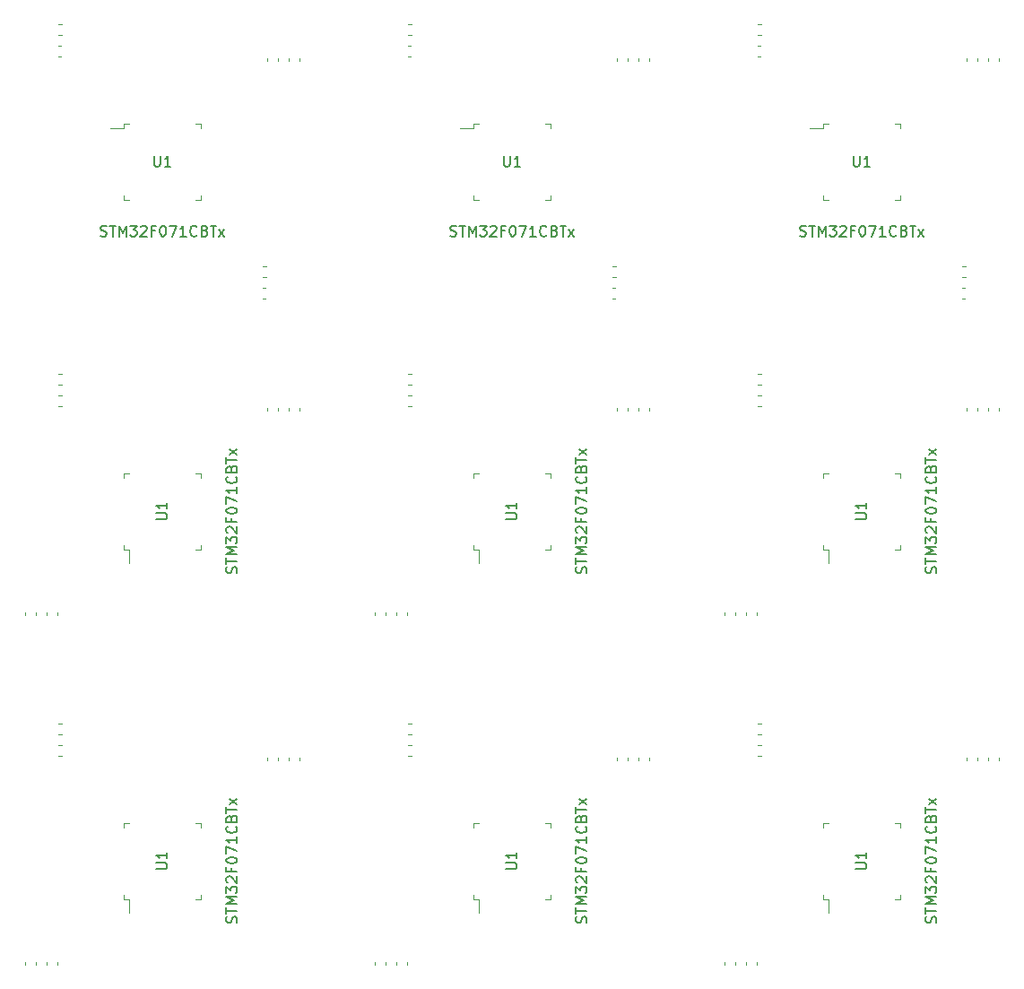
<source format=gbr>
%TF.GenerationSoftware,KiCad,Pcbnew,7.0.8*%
%TF.CreationDate,2024-03-04T23:40:14+01:00*%
%TF.ProjectId,scalenie,7363616c-656e-4696-952e-6b696361645f,rev?*%
%TF.SameCoordinates,Original*%
%TF.FileFunction,Legend,Top*%
%TF.FilePolarity,Positive*%
%FSLAX46Y46*%
G04 Gerber Fmt 4.6, Leading zero omitted, Abs format (unit mm)*
G04 Created by KiCad (PCBNEW 7.0.8) date 2024-03-04 23:40:14*
%MOMM*%
%LPD*%
G01*
G04 APERTURE LIST*
%ADD10C,0.150000*%
%ADD11C,0.120000*%
G04 APERTURE END LIST*
D10*
X153569200Y-162297333D02*
X153616819Y-162154476D01*
X153616819Y-162154476D02*
X153616819Y-161916381D01*
X153616819Y-161916381D02*
X153569200Y-161821143D01*
X153569200Y-161821143D02*
X153521580Y-161773524D01*
X153521580Y-161773524D02*
X153426342Y-161725905D01*
X153426342Y-161725905D02*
X153331104Y-161725905D01*
X153331104Y-161725905D02*
X153235866Y-161773524D01*
X153235866Y-161773524D02*
X153188247Y-161821143D01*
X153188247Y-161821143D02*
X153140628Y-161916381D01*
X153140628Y-161916381D02*
X153093009Y-162106857D01*
X153093009Y-162106857D02*
X153045390Y-162202095D01*
X153045390Y-162202095D02*
X152997771Y-162249714D01*
X152997771Y-162249714D02*
X152902533Y-162297333D01*
X152902533Y-162297333D02*
X152807295Y-162297333D01*
X152807295Y-162297333D02*
X152712057Y-162249714D01*
X152712057Y-162249714D02*
X152664438Y-162202095D01*
X152664438Y-162202095D02*
X152616819Y-162106857D01*
X152616819Y-162106857D02*
X152616819Y-161868762D01*
X152616819Y-161868762D02*
X152664438Y-161725905D01*
X152616819Y-161440190D02*
X152616819Y-160868762D01*
X153616819Y-161154476D02*
X152616819Y-161154476D01*
X153616819Y-160535428D02*
X152616819Y-160535428D01*
X152616819Y-160535428D02*
X153331104Y-160202095D01*
X153331104Y-160202095D02*
X152616819Y-159868762D01*
X152616819Y-159868762D02*
X153616819Y-159868762D01*
X152616819Y-159487809D02*
X152616819Y-158868762D01*
X152616819Y-158868762D02*
X152997771Y-159202095D01*
X152997771Y-159202095D02*
X152997771Y-159059238D01*
X152997771Y-159059238D02*
X153045390Y-158964000D01*
X153045390Y-158964000D02*
X153093009Y-158916381D01*
X153093009Y-158916381D02*
X153188247Y-158868762D01*
X153188247Y-158868762D02*
X153426342Y-158868762D01*
X153426342Y-158868762D02*
X153521580Y-158916381D01*
X153521580Y-158916381D02*
X153569200Y-158964000D01*
X153569200Y-158964000D02*
X153616819Y-159059238D01*
X153616819Y-159059238D02*
X153616819Y-159344952D01*
X153616819Y-159344952D02*
X153569200Y-159440190D01*
X153569200Y-159440190D02*
X153521580Y-159487809D01*
X152712057Y-158487809D02*
X152664438Y-158440190D01*
X152664438Y-158440190D02*
X152616819Y-158344952D01*
X152616819Y-158344952D02*
X152616819Y-158106857D01*
X152616819Y-158106857D02*
X152664438Y-158011619D01*
X152664438Y-158011619D02*
X152712057Y-157964000D01*
X152712057Y-157964000D02*
X152807295Y-157916381D01*
X152807295Y-157916381D02*
X152902533Y-157916381D01*
X152902533Y-157916381D02*
X153045390Y-157964000D01*
X153045390Y-157964000D02*
X153616819Y-158535428D01*
X153616819Y-158535428D02*
X153616819Y-157916381D01*
X153093009Y-157154476D02*
X153093009Y-157487809D01*
X153616819Y-157487809D02*
X152616819Y-157487809D01*
X152616819Y-157487809D02*
X152616819Y-157011619D01*
X152616819Y-156440190D02*
X152616819Y-156344952D01*
X152616819Y-156344952D02*
X152664438Y-156249714D01*
X152664438Y-156249714D02*
X152712057Y-156202095D01*
X152712057Y-156202095D02*
X152807295Y-156154476D01*
X152807295Y-156154476D02*
X152997771Y-156106857D01*
X152997771Y-156106857D02*
X153235866Y-156106857D01*
X153235866Y-156106857D02*
X153426342Y-156154476D01*
X153426342Y-156154476D02*
X153521580Y-156202095D01*
X153521580Y-156202095D02*
X153569200Y-156249714D01*
X153569200Y-156249714D02*
X153616819Y-156344952D01*
X153616819Y-156344952D02*
X153616819Y-156440190D01*
X153616819Y-156440190D02*
X153569200Y-156535428D01*
X153569200Y-156535428D02*
X153521580Y-156583047D01*
X153521580Y-156583047D02*
X153426342Y-156630666D01*
X153426342Y-156630666D02*
X153235866Y-156678285D01*
X153235866Y-156678285D02*
X152997771Y-156678285D01*
X152997771Y-156678285D02*
X152807295Y-156630666D01*
X152807295Y-156630666D02*
X152712057Y-156583047D01*
X152712057Y-156583047D02*
X152664438Y-156535428D01*
X152664438Y-156535428D02*
X152616819Y-156440190D01*
X152616819Y-155773523D02*
X152616819Y-155106857D01*
X152616819Y-155106857D02*
X153616819Y-155535428D01*
X153616819Y-154202095D02*
X153616819Y-154773523D01*
X153616819Y-154487809D02*
X152616819Y-154487809D01*
X152616819Y-154487809D02*
X152759676Y-154583047D01*
X152759676Y-154583047D02*
X152854914Y-154678285D01*
X152854914Y-154678285D02*
X152902533Y-154773523D01*
X153521580Y-153202095D02*
X153569200Y-153249714D01*
X153569200Y-153249714D02*
X153616819Y-153392571D01*
X153616819Y-153392571D02*
X153616819Y-153487809D01*
X153616819Y-153487809D02*
X153569200Y-153630666D01*
X153569200Y-153630666D02*
X153473961Y-153725904D01*
X153473961Y-153725904D02*
X153378723Y-153773523D01*
X153378723Y-153773523D02*
X153188247Y-153821142D01*
X153188247Y-153821142D02*
X153045390Y-153821142D01*
X153045390Y-153821142D02*
X152854914Y-153773523D01*
X152854914Y-153773523D02*
X152759676Y-153725904D01*
X152759676Y-153725904D02*
X152664438Y-153630666D01*
X152664438Y-153630666D02*
X152616819Y-153487809D01*
X152616819Y-153487809D02*
X152616819Y-153392571D01*
X152616819Y-153392571D02*
X152664438Y-153249714D01*
X152664438Y-153249714D02*
X152712057Y-153202095D01*
X153093009Y-152440190D02*
X153140628Y-152297333D01*
X153140628Y-152297333D02*
X153188247Y-152249714D01*
X153188247Y-152249714D02*
X153283485Y-152202095D01*
X153283485Y-152202095D02*
X153426342Y-152202095D01*
X153426342Y-152202095D02*
X153521580Y-152249714D01*
X153521580Y-152249714D02*
X153569200Y-152297333D01*
X153569200Y-152297333D02*
X153616819Y-152392571D01*
X153616819Y-152392571D02*
X153616819Y-152773523D01*
X153616819Y-152773523D02*
X152616819Y-152773523D01*
X152616819Y-152773523D02*
X152616819Y-152440190D01*
X152616819Y-152440190D02*
X152664438Y-152344952D01*
X152664438Y-152344952D02*
X152712057Y-152297333D01*
X152712057Y-152297333D02*
X152807295Y-152249714D01*
X152807295Y-152249714D02*
X152902533Y-152249714D01*
X152902533Y-152249714D02*
X152997771Y-152297333D01*
X152997771Y-152297333D02*
X153045390Y-152344952D01*
X153045390Y-152344952D02*
X153093009Y-152440190D01*
X153093009Y-152440190D02*
X153093009Y-152773523D01*
X152616819Y-151916380D02*
X152616819Y-151344952D01*
X153616819Y-151630666D02*
X152616819Y-151630666D01*
X153616819Y-151106856D02*
X152950152Y-150583047D01*
X152950152Y-151106856D02*
X153616819Y-150583047D01*
X146012819Y-157225904D02*
X146822342Y-157225904D01*
X146822342Y-157225904D02*
X146917580Y-157178285D01*
X146917580Y-157178285D02*
X146965200Y-157130666D01*
X146965200Y-157130666D02*
X147012819Y-157035428D01*
X147012819Y-157035428D02*
X147012819Y-156844952D01*
X147012819Y-156844952D02*
X146965200Y-156749714D01*
X146965200Y-156749714D02*
X146917580Y-156702095D01*
X146917580Y-156702095D02*
X146822342Y-156654476D01*
X146822342Y-156654476D02*
X146012819Y-156654476D01*
X147012819Y-155654476D02*
X147012819Y-156225904D01*
X147012819Y-155940190D02*
X146012819Y-155940190D01*
X146012819Y-155940190D02*
X146155676Y-156035428D01*
X146155676Y-156035428D02*
X146250914Y-156130666D01*
X146250914Y-156130666D02*
X146298533Y-156225904D01*
X120549200Y-162297333D02*
X120596819Y-162154476D01*
X120596819Y-162154476D02*
X120596819Y-161916381D01*
X120596819Y-161916381D02*
X120549200Y-161821143D01*
X120549200Y-161821143D02*
X120501580Y-161773524D01*
X120501580Y-161773524D02*
X120406342Y-161725905D01*
X120406342Y-161725905D02*
X120311104Y-161725905D01*
X120311104Y-161725905D02*
X120215866Y-161773524D01*
X120215866Y-161773524D02*
X120168247Y-161821143D01*
X120168247Y-161821143D02*
X120120628Y-161916381D01*
X120120628Y-161916381D02*
X120073009Y-162106857D01*
X120073009Y-162106857D02*
X120025390Y-162202095D01*
X120025390Y-162202095D02*
X119977771Y-162249714D01*
X119977771Y-162249714D02*
X119882533Y-162297333D01*
X119882533Y-162297333D02*
X119787295Y-162297333D01*
X119787295Y-162297333D02*
X119692057Y-162249714D01*
X119692057Y-162249714D02*
X119644438Y-162202095D01*
X119644438Y-162202095D02*
X119596819Y-162106857D01*
X119596819Y-162106857D02*
X119596819Y-161868762D01*
X119596819Y-161868762D02*
X119644438Y-161725905D01*
X119596819Y-161440190D02*
X119596819Y-160868762D01*
X120596819Y-161154476D02*
X119596819Y-161154476D01*
X120596819Y-160535428D02*
X119596819Y-160535428D01*
X119596819Y-160535428D02*
X120311104Y-160202095D01*
X120311104Y-160202095D02*
X119596819Y-159868762D01*
X119596819Y-159868762D02*
X120596819Y-159868762D01*
X119596819Y-159487809D02*
X119596819Y-158868762D01*
X119596819Y-158868762D02*
X119977771Y-159202095D01*
X119977771Y-159202095D02*
X119977771Y-159059238D01*
X119977771Y-159059238D02*
X120025390Y-158964000D01*
X120025390Y-158964000D02*
X120073009Y-158916381D01*
X120073009Y-158916381D02*
X120168247Y-158868762D01*
X120168247Y-158868762D02*
X120406342Y-158868762D01*
X120406342Y-158868762D02*
X120501580Y-158916381D01*
X120501580Y-158916381D02*
X120549200Y-158964000D01*
X120549200Y-158964000D02*
X120596819Y-159059238D01*
X120596819Y-159059238D02*
X120596819Y-159344952D01*
X120596819Y-159344952D02*
X120549200Y-159440190D01*
X120549200Y-159440190D02*
X120501580Y-159487809D01*
X119692057Y-158487809D02*
X119644438Y-158440190D01*
X119644438Y-158440190D02*
X119596819Y-158344952D01*
X119596819Y-158344952D02*
X119596819Y-158106857D01*
X119596819Y-158106857D02*
X119644438Y-158011619D01*
X119644438Y-158011619D02*
X119692057Y-157964000D01*
X119692057Y-157964000D02*
X119787295Y-157916381D01*
X119787295Y-157916381D02*
X119882533Y-157916381D01*
X119882533Y-157916381D02*
X120025390Y-157964000D01*
X120025390Y-157964000D02*
X120596819Y-158535428D01*
X120596819Y-158535428D02*
X120596819Y-157916381D01*
X120073009Y-157154476D02*
X120073009Y-157487809D01*
X120596819Y-157487809D02*
X119596819Y-157487809D01*
X119596819Y-157487809D02*
X119596819Y-157011619D01*
X119596819Y-156440190D02*
X119596819Y-156344952D01*
X119596819Y-156344952D02*
X119644438Y-156249714D01*
X119644438Y-156249714D02*
X119692057Y-156202095D01*
X119692057Y-156202095D02*
X119787295Y-156154476D01*
X119787295Y-156154476D02*
X119977771Y-156106857D01*
X119977771Y-156106857D02*
X120215866Y-156106857D01*
X120215866Y-156106857D02*
X120406342Y-156154476D01*
X120406342Y-156154476D02*
X120501580Y-156202095D01*
X120501580Y-156202095D02*
X120549200Y-156249714D01*
X120549200Y-156249714D02*
X120596819Y-156344952D01*
X120596819Y-156344952D02*
X120596819Y-156440190D01*
X120596819Y-156440190D02*
X120549200Y-156535428D01*
X120549200Y-156535428D02*
X120501580Y-156583047D01*
X120501580Y-156583047D02*
X120406342Y-156630666D01*
X120406342Y-156630666D02*
X120215866Y-156678285D01*
X120215866Y-156678285D02*
X119977771Y-156678285D01*
X119977771Y-156678285D02*
X119787295Y-156630666D01*
X119787295Y-156630666D02*
X119692057Y-156583047D01*
X119692057Y-156583047D02*
X119644438Y-156535428D01*
X119644438Y-156535428D02*
X119596819Y-156440190D01*
X119596819Y-155773523D02*
X119596819Y-155106857D01*
X119596819Y-155106857D02*
X120596819Y-155535428D01*
X120596819Y-154202095D02*
X120596819Y-154773523D01*
X120596819Y-154487809D02*
X119596819Y-154487809D01*
X119596819Y-154487809D02*
X119739676Y-154583047D01*
X119739676Y-154583047D02*
X119834914Y-154678285D01*
X119834914Y-154678285D02*
X119882533Y-154773523D01*
X120501580Y-153202095D02*
X120549200Y-153249714D01*
X120549200Y-153249714D02*
X120596819Y-153392571D01*
X120596819Y-153392571D02*
X120596819Y-153487809D01*
X120596819Y-153487809D02*
X120549200Y-153630666D01*
X120549200Y-153630666D02*
X120453961Y-153725904D01*
X120453961Y-153725904D02*
X120358723Y-153773523D01*
X120358723Y-153773523D02*
X120168247Y-153821142D01*
X120168247Y-153821142D02*
X120025390Y-153821142D01*
X120025390Y-153821142D02*
X119834914Y-153773523D01*
X119834914Y-153773523D02*
X119739676Y-153725904D01*
X119739676Y-153725904D02*
X119644438Y-153630666D01*
X119644438Y-153630666D02*
X119596819Y-153487809D01*
X119596819Y-153487809D02*
X119596819Y-153392571D01*
X119596819Y-153392571D02*
X119644438Y-153249714D01*
X119644438Y-153249714D02*
X119692057Y-153202095D01*
X120073009Y-152440190D02*
X120120628Y-152297333D01*
X120120628Y-152297333D02*
X120168247Y-152249714D01*
X120168247Y-152249714D02*
X120263485Y-152202095D01*
X120263485Y-152202095D02*
X120406342Y-152202095D01*
X120406342Y-152202095D02*
X120501580Y-152249714D01*
X120501580Y-152249714D02*
X120549200Y-152297333D01*
X120549200Y-152297333D02*
X120596819Y-152392571D01*
X120596819Y-152392571D02*
X120596819Y-152773523D01*
X120596819Y-152773523D02*
X119596819Y-152773523D01*
X119596819Y-152773523D02*
X119596819Y-152440190D01*
X119596819Y-152440190D02*
X119644438Y-152344952D01*
X119644438Y-152344952D02*
X119692057Y-152297333D01*
X119692057Y-152297333D02*
X119787295Y-152249714D01*
X119787295Y-152249714D02*
X119882533Y-152249714D01*
X119882533Y-152249714D02*
X119977771Y-152297333D01*
X119977771Y-152297333D02*
X120025390Y-152344952D01*
X120025390Y-152344952D02*
X120073009Y-152440190D01*
X120073009Y-152440190D02*
X120073009Y-152773523D01*
X119596819Y-151916380D02*
X119596819Y-151344952D01*
X120596819Y-151630666D02*
X119596819Y-151630666D01*
X120596819Y-151106856D02*
X119930152Y-150583047D01*
X119930152Y-151106856D02*
X120596819Y-150583047D01*
X112992819Y-157225904D02*
X113802342Y-157225904D01*
X113802342Y-157225904D02*
X113897580Y-157178285D01*
X113897580Y-157178285D02*
X113945200Y-157130666D01*
X113945200Y-157130666D02*
X113992819Y-157035428D01*
X113992819Y-157035428D02*
X113992819Y-156844952D01*
X113992819Y-156844952D02*
X113945200Y-156749714D01*
X113945200Y-156749714D02*
X113897580Y-156702095D01*
X113897580Y-156702095D02*
X113802342Y-156654476D01*
X113802342Y-156654476D02*
X112992819Y-156654476D01*
X113992819Y-155654476D02*
X113992819Y-156225904D01*
X113992819Y-155940190D02*
X112992819Y-155940190D01*
X112992819Y-155940190D02*
X113135676Y-156035428D01*
X113135676Y-156035428D02*
X113230914Y-156130666D01*
X113230914Y-156130666D02*
X113278533Y-156225904D01*
X87529200Y-162297333D02*
X87576819Y-162154476D01*
X87576819Y-162154476D02*
X87576819Y-161916381D01*
X87576819Y-161916381D02*
X87529200Y-161821143D01*
X87529200Y-161821143D02*
X87481580Y-161773524D01*
X87481580Y-161773524D02*
X87386342Y-161725905D01*
X87386342Y-161725905D02*
X87291104Y-161725905D01*
X87291104Y-161725905D02*
X87195866Y-161773524D01*
X87195866Y-161773524D02*
X87148247Y-161821143D01*
X87148247Y-161821143D02*
X87100628Y-161916381D01*
X87100628Y-161916381D02*
X87053009Y-162106857D01*
X87053009Y-162106857D02*
X87005390Y-162202095D01*
X87005390Y-162202095D02*
X86957771Y-162249714D01*
X86957771Y-162249714D02*
X86862533Y-162297333D01*
X86862533Y-162297333D02*
X86767295Y-162297333D01*
X86767295Y-162297333D02*
X86672057Y-162249714D01*
X86672057Y-162249714D02*
X86624438Y-162202095D01*
X86624438Y-162202095D02*
X86576819Y-162106857D01*
X86576819Y-162106857D02*
X86576819Y-161868762D01*
X86576819Y-161868762D02*
X86624438Y-161725905D01*
X86576819Y-161440190D02*
X86576819Y-160868762D01*
X87576819Y-161154476D02*
X86576819Y-161154476D01*
X87576819Y-160535428D02*
X86576819Y-160535428D01*
X86576819Y-160535428D02*
X87291104Y-160202095D01*
X87291104Y-160202095D02*
X86576819Y-159868762D01*
X86576819Y-159868762D02*
X87576819Y-159868762D01*
X86576819Y-159487809D02*
X86576819Y-158868762D01*
X86576819Y-158868762D02*
X86957771Y-159202095D01*
X86957771Y-159202095D02*
X86957771Y-159059238D01*
X86957771Y-159059238D02*
X87005390Y-158964000D01*
X87005390Y-158964000D02*
X87053009Y-158916381D01*
X87053009Y-158916381D02*
X87148247Y-158868762D01*
X87148247Y-158868762D02*
X87386342Y-158868762D01*
X87386342Y-158868762D02*
X87481580Y-158916381D01*
X87481580Y-158916381D02*
X87529200Y-158964000D01*
X87529200Y-158964000D02*
X87576819Y-159059238D01*
X87576819Y-159059238D02*
X87576819Y-159344952D01*
X87576819Y-159344952D02*
X87529200Y-159440190D01*
X87529200Y-159440190D02*
X87481580Y-159487809D01*
X86672057Y-158487809D02*
X86624438Y-158440190D01*
X86624438Y-158440190D02*
X86576819Y-158344952D01*
X86576819Y-158344952D02*
X86576819Y-158106857D01*
X86576819Y-158106857D02*
X86624438Y-158011619D01*
X86624438Y-158011619D02*
X86672057Y-157964000D01*
X86672057Y-157964000D02*
X86767295Y-157916381D01*
X86767295Y-157916381D02*
X86862533Y-157916381D01*
X86862533Y-157916381D02*
X87005390Y-157964000D01*
X87005390Y-157964000D02*
X87576819Y-158535428D01*
X87576819Y-158535428D02*
X87576819Y-157916381D01*
X87053009Y-157154476D02*
X87053009Y-157487809D01*
X87576819Y-157487809D02*
X86576819Y-157487809D01*
X86576819Y-157487809D02*
X86576819Y-157011619D01*
X86576819Y-156440190D02*
X86576819Y-156344952D01*
X86576819Y-156344952D02*
X86624438Y-156249714D01*
X86624438Y-156249714D02*
X86672057Y-156202095D01*
X86672057Y-156202095D02*
X86767295Y-156154476D01*
X86767295Y-156154476D02*
X86957771Y-156106857D01*
X86957771Y-156106857D02*
X87195866Y-156106857D01*
X87195866Y-156106857D02*
X87386342Y-156154476D01*
X87386342Y-156154476D02*
X87481580Y-156202095D01*
X87481580Y-156202095D02*
X87529200Y-156249714D01*
X87529200Y-156249714D02*
X87576819Y-156344952D01*
X87576819Y-156344952D02*
X87576819Y-156440190D01*
X87576819Y-156440190D02*
X87529200Y-156535428D01*
X87529200Y-156535428D02*
X87481580Y-156583047D01*
X87481580Y-156583047D02*
X87386342Y-156630666D01*
X87386342Y-156630666D02*
X87195866Y-156678285D01*
X87195866Y-156678285D02*
X86957771Y-156678285D01*
X86957771Y-156678285D02*
X86767295Y-156630666D01*
X86767295Y-156630666D02*
X86672057Y-156583047D01*
X86672057Y-156583047D02*
X86624438Y-156535428D01*
X86624438Y-156535428D02*
X86576819Y-156440190D01*
X86576819Y-155773523D02*
X86576819Y-155106857D01*
X86576819Y-155106857D02*
X87576819Y-155535428D01*
X87576819Y-154202095D02*
X87576819Y-154773523D01*
X87576819Y-154487809D02*
X86576819Y-154487809D01*
X86576819Y-154487809D02*
X86719676Y-154583047D01*
X86719676Y-154583047D02*
X86814914Y-154678285D01*
X86814914Y-154678285D02*
X86862533Y-154773523D01*
X87481580Y-153202095D02*
X87529200Y-153249714D01*
X87529200Y-153249714D02*
X87576819Y-153392571D01*
X87576819Y-153392571D02*
X87576819Y-153487809D01*
X87576819Y-153487809D02*
X87529200Y-153630666D01*
X87529200Y-153630666D02*
X87433961Y-153725904D01*
X87433961Y-153725904D02*
X87338723Y-153773523D01*
X87338723Y-153773523D02*
X87148247Y-153821142D01*
X87148247Y-153821142D02*
X87005390Y-153821142D01*
X87005390Y-153821142D02*
X86814914Y-153773523D01*
X86814914Y-153773523D02*
X86719676Y-153725904D01*
X86719676Y-153725904D02*
X86624438Y-153630666D01*
X86624438Y-153630666D02*
X86576819Y-153487809D01*
X86576819Y-153487809D02*
X86576819Y-153392571D01*
X86576819Y-153392571D02*
X86624438Y-153249714D01*
X86624438Y-153249714D02*
X86672057Y-153202095D01*
X87053009Y-152440190D02*
X87100628Y-152297333D01*
X87100628Y-152297333D02*
X87148247Y-152249714D01*
X87148247Y-152249714D02*
X87243485Y-152202095D01*
X87243485Y-152202095D02*
X87386342Y-152202095D01*
X87386342Y-152202095D02*
X87481580Y-152249714D01*
X87481580Y-152249714D02*
X87529200Y-152297333D01*
X87529200Y-152297333D02*
X87576819Y-152392571D01*
X87576819Y-152392571D02*
X87576819Y-152773523D01*
X87576819Y-152773523D02*
X86576819Y-152773523D01*
X86576819Y-152773523D02*
X86576819Y-152440190D01*
X86576819Y-152440190D02*
X86624438Y-152344952D01*
X86624438Y-152344952D02*
X86672057Y-152297333D01*
X86672057Y-152297333D02*
X86767295Y-152249714D01*
X86767295Y-152249714D02*
X86862533Y-152249714D01*
X86862533Y-152249714D02*
X86957771Y-152297333D01*
X86957771Y-152297333D02*
X87005390Y-152344952D01*
X87005390Y-152344952D02*
X87053009Y-152440190D01*
X87053009Y-152440190D02*
X87053009Y-152773523D01*
X86576819Y-151916380D02*
X86576819Y-151344952D01*
X87576819Y-151630666D02*
X86576819Y-151630666D01*
X87576819Y-151106856D02*
X86910152Y-150583047D01*
X86910152Y-151106856D02*
X87576819Y-150583047D01*
X79972819Y-157225904D02*
X80782342Y-157225904D01*
X80782342Y-157225904D02*
X80877580Y-157178285D01*
X80877580Y-157178285D02*
X80925200Y-157130666D01*
X80925200Y-157130666D02*
X80972819Y-157035428D01*
X80972819Y-157035428D02*
X80972819Y-156844952D01*
X80972819Y-156844952D02*
X80925200Y-156749714D01*
X80925200Y-156749714D02*
X80877580Y-156702095D01*
X80877580Y-156702095D02*
X80782342Y-156654476D01*
X80782342Y-156654476D02*
X79972819Y-156654476D01*
X80972819Y-155654476D02*
X80972819Y-156225904D01*
X80972819Y-155940190D02*
X79972819Y-155940190D01*
X79972819Y-155940190D02*
X80115676Y-156035428D01*
X80115676Y-156035428D02*
X80210914Y-156130666D01*
X80210914Y-156130666D02*
X80258533Y-156225904D01*
X153569200Y-129277333D02*
X153616819Y-129134476D01*
X153616819Y-129134476D02*
X153616819Y-128896381D01*
X153616819Y-128896381D02*
X153569200Y-128801143D01*
X153569200Y-128801143D02*
X153521580Y-128753524D01*
X153521580Y-128753524D02*
X153426342Y-128705905D01*
X153426342Y-128705905D02*
X153331104Y-128705905D01*
X153331104Y-128705905D02*
X153235866Y-128753524D01*
X153235866Y-128753524D02*
X153188247Y-128801143D01*
X153188247Y-128801143D02*
X153140628Y-128896381D01*
X153140628Y-128896381D02*
X153093009Y-129086857D01*
X153093009Y-129086857D02*
X153045390Y-129182095D01*
X153045390Y-129182095D02*
X152997771Y-129229714D01*
X152997771Y-129229714D02*
X152902533Y-129277333D01*
X152902533Y-129277333D02*
X152807295Y-129277333D01*
X152807295Y-129277333D02*
X152712057Y-129229714D01*
X152712057Y-129229714D02*
X152664438Y-129182095D01*
X152664438Y-129182095D02*
X152616819Y-129086857D01*
X152616819Y-129086857D02*
X152616819Y-128848762D01*
X152616819Y-128848762D02*
X152664438Y-128705905D01*
X152616819Y-128420190D02*
X152616819Y-127848762D01*
X153616819Y-128134476D02*
X152616819Y-128134476D01*
X153616819Y-127515428D02*
X152616819Y-127515428D01*
X152616819Y-127515428D02*
X153331104Y-127182095D01*
X153331104Y-127182095D02*
X152616819Y-126848762D01*
X152616819Y-126848762D02*
X153616819Y-126848762D01*
X152616819Y-126467809D02*
X152616819Y-125848762D01*
X152616819Y-125848762D02*
X152997771Y-126182095D01*
X152997771Y-126182095D02*
X152997771Y-126039238D01*
X152997771Y-126039238D02*
X153045390Y-125944000D01*
X153045390Y-125944000D02*
X153093009Y-125896381D01*
X153093009Y-125896381D02*
X153188247Y-125848762D01*
X153188247Y-125848762D02*
X153426342Y-125848762D01*
X153426342Y-125848762D02*
X153521580Y-125896381D01*
X153521580Y-125896381D02*
X153569200Y-125944000D01*
X153569200Y-125944000D02*
X153616819Y-126039238D01*
X153616819Y-126039238D02*
X153616819Y-126324952D01*
X153616819Y-126324952D02*
X153569200Y-126420190D01*
X153569200Y-126420190D02*
X153521580Y-126467809D01*
X152712057Y-125467809D02*
X152664438Y-125420190D01*
X152664438Y-125420190D02*
X152616819Y-125324952D01*
X152616819Y-125324952D02*
X152616819Y-125086857D01*
X152616819Y-125086857D02*
X152664438Y-124991619D01*
X152664438Y-124991619D02*
X152712057Y-124944000D01*
X152712057Y-124944000D02*
X152807295Y-124896381D01*
X152807295Y-124896381D02*
X152902533Y-124896381D01*
X152902533Y-124896381D02*
X153045390Y-124944000D01*
X153045390Y-124944000D02*
X153616819Y-125515428D01*
X153616819Y-125515428D02*
X153616819Y-124896381D01*
X153093009Y-124134476D02*
X153093009Y-124467809D01*
X153616819Y-124467809D02*
X152616819Y-124467809D01*
X152616819Y-124467809D02*
X152616819Y-123991619D01*
X152616819Y-123420190D02*
X152616819Y-123324952D01*
X152616819Y-123324952D02*
X152664438Y-123229714D01*
X152664438Y-123229714D02*
X152712057Y-123182095D01*
X152712057Y-123182095D02*
X152807295Y-123134476D01*
X152807295Y-123134476D02*
X152997771Y-123086857D01*
X152997771Y-123086857D02*
X153235866Y-123086857D01*
X153235866Y-123086857D02*
X153426342Y-123134476D01*
X153426342Y-123134476D02*
X153521580Y-123182095D01*
X153521580Y-123182095D02*
X153569200Y-123229714D01*
X153569200Y-123229714D02*
X153616819Y-123324952D01*
X153616819Y-123324952D02*
X153616819Y-123420190D01*
X153616819Y-123420190D02*
X153569200Y-123515428D01*
X153569200Y-123515428D02*
X153521580Y-123563047D01*
X153521580Y-123563047D02*
X153426342Y-123610666D01*
X153426342Y-123610666D02*
X153235866Y-123658285D01*
X153235866Y-123658285D02*
X152997771Y-123658285D01*
X152997771Y-123658285D02*
X152807295Y-123610666D01*
X152807295Y-123610666D02*
X152712057Y-123563047D01*
X152712057Y-123563047D02*
X152664438Y-123515428D01*
X152664438Y-123515428D02*
X152616819Y-123420190D01*
X152616819Y-122753523D02*
X152616819Y-122086857D01*
X152616819Y-122086857D02*
X153616819Y-122515428D01*
X153616819Y-121182095D02*
X153616819Y-121753523D01*
X153616819Y-121467809D02*
X152616819Y-121467809D01*
X152616819Y-121467809D02*
X152759676Y-121563047D01*
X152759676Y-121563047D02*
X152854914Y-121658285D01*
X152854914Y-121658285D02*
X152902533Y-121753523D01*
X153521580Y-120182095D02*
X153569200Y-120229714D01*
X153569200Y-120229714D02*
X153616819Y-120372571D01*
X153616819Y-120372571D02*
X153616819Y-120467809D01*
X153616819Y-120467809D02*
X153569200Y-120610666D01*
X153569200Y-120610666D02*
X153473961Y-120705904D01*
X153473961Y-120705904D02*
X153378723Y-120753523D01*
X153378723Y-120753523D02*
X153188247Y-120801142D01*
X153188247Y-120801142D02*
X153045390Y-120801142D01*
X153045390Y-120801142D02*
X152854914Y-120753523D01*
X152854914Y-120753523D02*
X152759676Y-120705904D01*
X152759676Y-120705904D02*
X152664438Y-120610666D01*
X152664438Y-120610666D02*
X152616819Y-120467809D01*
X152616819Y-120467809D02*
X152616819Y-120372571D01*
X152616819Y-120372571D02*
X152664438Y-120229714D01*
X152664438Y-120229714D02*
X152712057Y-120182095D01*
X153093009Y-119420190D02*
X153140628Y-119277333D01*
X153140628Y-119277333D02*
X153188247Y-119229714D01*
X153188247Y-119229714D02*
X153283485Y-119182095D01*
X153283485Y-119182095D02*
X153426342Y-119182095D01*
X153426342Y-119182095D02*
X153521580Y-119229714D01*
X153521580Y-119229714D02*
X153569200Y-119277333D01*
X153569200Y-119277333D02*
X153616819Y-119372571D01*
X153616819Y-119372571D02*
X153616819Y-119753523D01*
X153616819Y-119753523D02*
X152616819Y-119753523D01*
X152616819Y-119753523D02*
X152616819Y-119420190D01*
X152616819Y-119420190D02*
X152664438Y-119324952D01*
X152664438Y-119324952D02*
X152712057Y-119277333D01*
X152712057Y-119277333D02*
X152807295Y-119229714D01*
X152807295Y-119229714D02*
X152902533Y-119229714D01*
X152902533Y-119229714D02*
X152997771Y-119277333D01*
X152997771Y-119277333D02*
X153045390Y-119324952D01*
X153045390Y-119324952D02*
X153093009Y-119420190D01*
X153093009Y-119420190D02*
X153093009Y-119753523D01*
X152616819Y-118896380D02*
X152616819Y-118324952D01*
X153616819Y-118610666D02*
X152616819Y-118610666D01*
X153616819Y-118086856D02*
X152950152Y-117563047D01*
X152950152Y-118086856D02*
X153616819Y-117563047D01*
X146012819Y-124205904D02*
X146822342Y-124205904D01*
X146822342Y-124205904D02*
X146917580Y-124158285D01*
X146917580Y-124158285D02*
X146965200Y-124110666D01*
X146965200Y-124110666D02*
X147012819Y-124015428D01*
X147012819Y-124015428D02*
X147012819Y-123824952D01*
X147012819Y-123824952D02*
X146965200Y-123729714D01*
X146965200Y-123729714D02*
X146917580Y-123682095D01*
X146917580Y-123682095D02*
X146822342Y-123634476D01*
X146822342Y-123634476D02*
X146012819Y-123634476D01*
X147012819Y-122634476D02*
X147012819Y-123205904D01*
X147012819Y-122920190D02*
X146012819Y-122920190D01*
X146012819Y-122920190D02*
X146155676Y-123015428D01*
X146155676Y-123015428D02*
X146250914Y-123110666D01*
X146250914Y-123110666D02*
X146298533Y-123205904D01*
X120549200Y-129277333D02*
X120596819Y-129134476D01*
X120596819Y-129134476D02*
X120596819Y-128896381D01*
X120596819Y-128896381D02*
X120549200Y-128801143D01*
X120549200Y-128801143D02*
X120501580Y-128753524D01*
X120501580Y-128753524D02*
X120406342Y-128705905D01*
X120406342Y-128705905D02*
X120311104Y-128705905D01*
X120311104Y-128705905D02*
X120215866Y-128753524D01*
X120215866Y-128753524D02*
X120168247Y-128801143D01*
X120168247Y-128801143D02*
X120120628Y-128896381D01*
X120120628Y-128896381D02*
X120073009Y-129086857D01*
X120073009Y-129086857D02*
X120025390Y-129182095D01*
X120025390Y-129182095D02*
X119977771Y-129229714D01*
X119977771Y-129229714D02*
X119882533Y-129277333D01*
X119882533Y-129277333D02*
X119787295Y-129277333D01*
X119787295Y-129277333D02*
X119692057Y-129229714D01*
X119692057Y-129229714D02*
X119644438Y-129182095D01*
X119644438Y-129182095D02*
X119596819Y-129086857D01*
X119596819Y-129086857D02*
X119596819Y-128848762D01*
X119596819Y-128848762D02*
X119644438Y-128705905D01*
X119596819Y-128420190D02*
X119596819Y-127848762D01*
X120596819Y-128134476D02*
X119596819Y-128134476D01*
X120596819Y-127515428D02*
X119596819Y-127515428D01*
X119596819Y-127515428D02*
X120311104Y-127182095D01*
X120311104Y-127182095D02*
X119596819Y-126848762D01*
X119596819Y-126848762D02*
X120596819Y-126848762D01*
X119596819Y-126467809D02*
X119596819Y-125848762D01*
X119596819Y-125848762D02*
X119977771Y-126182095D01*
X119977771Y-126182095D02*
X119977771Y-126039238D01*
X119977771Y-126039238D02*
X120025390Y-125944000D01*
X120025390Y-125944000D02*
X120073009Y-125896381D01*
X120073009Y-125896381D02*
X120168247Y-125848762D01*
X120168247Y-125848762D02*
X120406342Y-125848762D01*
X120406342Y-125848762D02*
X120501580Y-125896381D01*
X120501580Y-125896381D02*
X120549200Y-125944000D01*
X120549200Y-125944000D02*
X120596819Y-126039238D01*
X120596819Y-126039238D02*
X120596819Y-126324952D01*
X120596819Y-126324952D02*
X120549200Y-126420190D01*
X120549200Y-126420190D02*
X120501580Y-126467809D01*
X119692057Y-125467809D02*
X119644438Y-125420190D01*
X119644438Y-125420190D02*
X119596819Y-125324952D01*
X119596819Y-125324952D02*
X119596819Y-125086857D01*
X119596819Y-125086857D02*
X119644438Y-124991619D01*
X119644438Y-124991619D02*
X119692057Y-124944000D01*
X119692057Y-124944000D02*
X119787295Y-124896381D01*
X119787295Y-124896381D02*
X119882533Y-124896381D01*
X119882533Y-124896381D02*
X120025390Y-124944000D01*
X120025390Y-124944000D02*
X120596819Y-125515428D01*
X120596819Y-125515428D02*
X120596819Y-124896381D01*
X120073009Y-124134476D02*
X120073009Y-124467809D01*
X120596819Y-124467809D02*
X119596819Y-124467809D01*
X119596819Y-124467809D02*
X119596819Y-123991619D01*
X119596819Y-123420190D02*
X119596819Y-123324952D01*
X119596819Y-123324952D02*
X119644438Y-123229714D01*
X119644438Y-123229714D02*
X119692057Y-123182095D01*
X119692057Y-123182095D02*
X119787295Y-123134476D01*
X119787295Y-123134476D02*
X119977771Y-123086857D01*
X119977771Y-123086857D02*
X120215866Y-123086857D01*
X120215866Y-123086857D02*
X120406342Y-123134476D01*
X120406342Y-123134476D02*
X120501580Y-123182095D01*
X120501580Y-123182095D02*
X120549200Y-123229714D01*
X120549200Y-123229714D02*
X120596819Y-123324952D01*
X120596819Y-123324952D02*
X120596819Y-123420190D01*
X120596819Y-123420190D02*
X120549200Y-123515428D01*
X120549200Y-123515428D02*
X120501580Y-123563047D01*
X120501580Y-123563047D02*
X120406342Y-123610666D01*
X120406342Y-123610666D02*
X120215866Y-123658285D01*
X120215866Y-123658285D02*
X119977771Y-123658285D01*
X119977771Y-123658285D02*
X119787295Y-123610666D01*
X119787295Y-123610666D02*
X119692057Y-123563047D01*
X119692057Y-123563047D02*
X119644438Y-123515428D01*
X119644438Y-123515428D02*
X119596819Y-123420190D01*
X119596819Y-122753523D02*
X119596819Y-122086857D01*
X119596819Y-122086857D02*
X120596819Y-122515428D01*
X120596819Y-121182095D02*
X120596819Y-121753523D01*
X120596819Y-121467809D02*
X119596819Y-121467809D01*
X119596819Y-121467809D02*
X119739676Y-121563047D01*
X119739676Y-121563047D02*
X119834914Y-121658285D01*
X119834914Y-121658285D02*
X119882533Y-121753523D01*
X120501580Y-120182095D02*
X120549200Y-120229714D01*
X120549200Y-120229714D02*
X120596819Y-120372571D01*
X120596819Y-120372571D02*
X120596819Y-120467809D01*
X120596819Y-120467809D02*
X120549200Y-120610666D01*
X120549200Y-120610666D02*
X120453961Y-120705904D01*
X120453961Y-120705904D02*
X120358723Y-120753523D01*
X120358723Y-120753523D02*
X120168247Y-120801142D01*
X120168247Y-120801142D02*
X120025390Y-120801142D01*
X120025390Y-120801142D02*
X119834914Y-120753523D01*
X119834914Y-120753523D02*
X119739676Y-120705904D01*
X119739676Y-120705904D02*
X119644438Y-120610666D01*
X119644438Y-120610666D02*
X119596819Y-120467809D01*
X119596819Y-120467809D02*
X119596819Y-120372571D01*
X119596819Y-120372571D02*
X119644438Y-120229714D01*
X119644438Y-120229714D02*
X119692057Y-120182095D01*
X120073009Y-119420190D02*
X120120628Y-119277333D01*
X120120628Y-119277333D02*
X120168247Y-119229714D01*
X120168247Y-119229714D02*
X120263485Y-119182095D01*
X120263485Y-119182095D02*
X120406342Y-119182095D01*
X120406342Y-119182095D02*
X120501580Y-119229714D01*
X120501580Y-119229714D02*
X120549200Y-119277333D01*
X120549200Y-119277333D02*
X120596819Y-119372571D01*
X120596819Y-119372571D02*
X120596819Y-119753523D01*
X120596819Y-119753523D02*
X119596819Y-119753523D01*
X119596819Y-119753523D02*
X119596819Y-119420190D01*
X119596819Y-119420190D02*
X119644438Y-119324952D01*
X119644438Y-119324952D02*
X119692057Y-119277333D01*
X119692057Y-119277333D02*
X119787295Y-119229714D01*
X119787295Y-119229714D02*
X119882533Y-119229714D01*
X119882533Y-119229714D02*
X119977771Y-119277333D01*
X119977771Y-119277333D02*
X120025390Y-119324952D01*
X120025390Y-119324952D02*
X120073009Y-119420190D01*
X120073009Y-119420190D02*
X120073009Y-119753523D01*
X119596819Y-118896380D02*
X119596819Y-118324952D01*
X120596819Y-118610666D02*
X119596819Y-118610666D01*
X120596819Y-118086856D02*
X119930152Y-117563047D01*
X119930152Y-118086856D02*
X120596819Y-117563047D01*
X112992819Y-124205904D02*
X113802342Y-124205904D01*
X113802342Y-124205904D02*
X113897580Y-124158285D01*
X113897580Y-124158285D02*
X113945200Y-124110666D01*
X113945200Y-124110666D02*
X113992819Y-124015428D01*
X113992819Y-124015428D02*
X113992819Y-123824952D01*
X113992819Y-123824952D02*
X113945200Y-123729714D01*
X113945200Y-123729714D02*
X113897580Y-123682095D01*
X113897580Y-123682095D02*
X113802342Y-123634476D01*
X113802342Y-123634476D02*
X112992819Y-123634476D01*
X113992819Y-122634476D02*
X113992819Y-123205904D01*
X113992819Y-122920190D02*
X112992819Y-122920190D01*
X112992819Y-122920190D02*
X113135676Y-123015428D01*
X113135676Y-123015428D02*
X113230914Y-123110666D01*
X113230914Y-123110666D02*
X113278533Y-123205904D01*
X87529200Y-129277333D02*
X87576819Y-129134476D01*
X87576819Y-129134476D02*
X87576819Y-128896381D01*
X87576819Y-128896381D02*
X87529200Y-128801143D01*
X87529200Y-128801143D02*
X87481580Y-128753524D01*
X87481580Y-128753524D02*
X87386342Y-128705905D01*
X87386342Y-128705905D02*
X87291104Y-128705905D01*
X87291104Y-128705905D02*
X87195866Y-128753524D01*
X87195866Y-128753524D02*
X87148247Y-128801143D01*
X87148247Y-128801143D02*
X87100628Y-128896381D01*
X87100628Y-128896381D02*
X87053009Y-129086857D01*
X87053009Y-129086857D02*
X87005390Y-129182095D01*
X87005390Y-129182095D02*
X86957771Y-129229714D01*
X86957771Y-129229714D02*
X86862533Y-129277333D01*
X86862533Y-129277333D02*
X86767295Y-129277333D01*
X86767295Y-129277333D02*
X86672057Y-129229714D01*
X86672057Y-129229714D02*
X86624438Y-129182095D01*
X86624438Y-129182095D02*
X86576819Y-129086857D01*
X86576819Y-129086857D02*
X86576819Y-128848762D01*
X86576819Y-128848762D02*
X86624438Y-128705905D01*
X86576819Y-128420190D02*
X86576819Y-127848762D01*
X87576819Y-128134476D02*
X86576819Y-128134476D01*
X87576819Y-127515428D02*
X86576819Y-127515428D01*
X86576819Y-127515428D02*
X87291104Y-127182095D01*
X87291104Y-127182095D02*
X86576819Y-126848762D01*
X86576819Y-126848762D02*
X87576819Y-126848762D01*
X86576819Y-126467809D02*
X86576819Y-125848762D01*
X86576819Y-125848762D02*
X86957771Y-126182095D01*
X86957771Y-126182095D02*
X86957771Y-126039238D01*
X86957771Y-126039238D02*
X87005390Y-125944000D01*
X87005390Y-125944000D02*
X87053009Y-125896381D01*
X87053009Y-125896381D02*
X87148247Y-125848762D01*
X87148247Y-125848762D02*
X87386342Y-125848762D01*
X87386342Y-125848762D02*
X87481580Y-125896381D01*
X87481580Y-125896381D02*
X87529200Y-125944000D01*
X87529200Y-125944000D02*
X87576819Y-126039238D01*
X87576819Y-126039238D02*
X87576819Y-126324952D01*
X87576819Y-126324952D02*
X87529200Y-126420190D01*
X87529200Y-126420190D02*
X87481580Y-126467809D01*
X86672057Y-125467809D02*
X86624438Y-125420190D01*
X86624438Y-125420190D02*
X86576819Y-125324952D01*
X86576819Y-125324952D02*
X86576819Y-125086857D01*
X86576819Y-125086857D02*
X86624438Y-124991619D01*
X86624438Y-124991619D02*
X86672057Y-124944000D01*
X86672057Y-124944000D02*
X86767295Y-124896381D01*
X86767295Y-124896381D02*
X86862533Y-124896381D01*
X86862533Y-124896381D02*
X87005390Y-124944000D01*
X87005390Y-124944000D02*
X87576819Y-125515428D01*
X87576819Y-125515428D02*
X87576819Y-124896381D01*
X87053009Y-124134476D02*
X87053009Y-124467809D01*
X87576819Y-124467809D02*
X86576819Y-124467809D01*
X86576819Y-124467809D02*
X86576819Y-123991619D01*
X86576819Y-123420190D02*
X86576819Y-123324952D01*
X86576819Y-123324952D02*
X86624438Y-123229714D01*
X86624438Y-123229714D02*
X86672057Y-123182095D01*
X86672057Y-123182095D02*
X86767295Y-123134476D01*
X86767295Y-123134476D02*
X86957771Y-123086857D01*
X86957771Y-123086857D02*
X87195866Y-123086857D01*
X87195866Y-123086857D02*
X87386342Y-123134476D01*
X87386342Y-123134476D02*
X87481580Y-123182095D01*
X87481580Y-123182095D02*
X87529200Y-123229714D01*
X87529200Y-123229714D02*
X87576819Y-123324952D01*
X87576819Y-123324952D02*
X87576819Y-123420190D01*
X87576819Y-123420190D02*
X87529200Y-123515428D01*
X87529200Y-123515428D02*
X87481580Y-123563047D01*
X87481580Y-123563047D02*
X87386342Y-123610666D01*
X87386342Y-123610666D02*
X87195866Y-123658285D01*
X87195866Y-123658285D02*
X86957771Y-123658285D01*
X86957771Y-123658285D02*
X86767295Y-123610666D01*
X86767295Y-123610666D02*
X86672057Y-123563047D01*
X86672057Y-123563047D02*
X86624438Y-123515428D01*
X86624438Y-123515428D02*
X86576819Y-123420190D01*
X86576819Y-122753523D02*
X86576819Y-122086857D01*
X86576819Y-122086857D02*
X87576819Y-122515428D01*
X87576819Y-121182095D02*
X87576819Y-121753523D01*
X87576819Y-121467809D02*
X86576819Y-121467809D01*
X86576819Y-121467809D02*
X86719676Y-121563047D01*
X86719676Y-121563047D02*
X86814914Y-121658285D01*
X86814914Y-121658285D02*
X86862533Y-121753523D01*
X87481580Y-120182095D02*
X87529200Y-120229714D01*
X87529200Y-120229714D02*
X87576819Y-120372571D01*
X87576819Y-120372571D02*
X87576819Y-120467809D01*
X87576819Y-120467809D02*
X87529200Y-120610666D01*
X87529200Y-120610666D02*
X87433961Y-120705904D01*
X87433961Y-120705904D02*
X87338723Y-120753523D01*
X87338723Y-120753523D02*
X87148247Y-120801142D01*
X87148247Y-120801142D02*
X87005390Y-120801142D01*
X87005390Y-120801142D02*
X86814914Y-120753523D01*
X86814914Y-120753523D02*
X86719676Y-120705904D01*
X86719676Y-120705904D02*
X86624438Y-120610666D01*
X86624438Y-120610666D02*
X86576819Y-120467809D01*
X86576819Y-120467809D02*
X86576819Y-120372571D01*
X86576819Y-120372571D02*
X86624438Y-120229714D01*
X86624438Y-120229714D02*
X86672057Y-120182095D01*
X87053009Y-119420190D02*
X87100628Y-119277333D01*
X87100628Y-119277333D02*
X87148247Y-119229714D01*
X87148247Y-119229714D02*
X87243485Y-119182095D01*
X87243485Y-119182095D02*
X87386342Y-119182095D01*
X87386342Y-119182095D02*
X87481580Y-119229714D01*
X87481580Y-119229714D02*
X87529200Y-119277333D01*
X87529200Y-119277333D02*
X87576819Y-119372571D01*
X87576819Y-119372571D02*
X87576819Y-119753523D01*
X87576819Y-119753523D02*
X86576819Y-119753523D01*
X86576819Y-119753523D02*
X86576819Y-119420190D01*
X86576819Y-119420190D02*
X86624438Y-119324952D01*
X86624438Y-119324952D02*
X86672057Y-119277333D01*
X86672057Y-119277333D02*
X86767295Y-119229714D01*
X86767295Y-119229714D02*
X86862533Y-119229714D01*
X86862533Y-119229714D02*
X86957771Y-119277333D01*
X86957771Y-119277333D02*
X87005390Y-119324952D01*
X87005390Y-119324952D02*
X87053009Y-119420190D01*
X87053009Y-119420190D02*
X87053009Y-119753523D01*
X86576819Y-118896380D02*
X86576819Y-118324952D01*
X87576819Y-118610666D02*
X86576819Y-118610666D01*
X87576819Y-118086856D02*
X86910152Y-117563047D01*
X86910152Y-118086856D02*
X87576819Y-117563047D01*
X79972819Y-124205904D02*
X80782342Y-124205904D01*
X80782342Y-124205904D02*
X80877580Y-124158285D01*
X80877580Y-124158285D02*
X80925200Y-124110666D01*
X80925200Y-124110666D02*
X80972819Y-124015428D01*
X80972819Y-124015428D02*
X80972819Y-123824952D01*
X80972819Y-123824952D02*
X80925200Y-123729714D01*
X80925200Y-123729714D02*
X80877580Y-123682095D01*
X80877580Y-123682095D02*
X80782342Y-123634476D01*
X80782342Y-123634476D02*
X79972819Y-123634476D01*
X80972819Y-122634476D02*
X80972819Y-123205904D01*
X80972819Y-122920190D02*
X79972819Y-122920190D01*
X79972819Y-122920190D02*
X80115676Y-123015428D01*
X80115676Y-123015428D02*
X80210914Y-123110666D01*
X80210914Y-123110666D02*
X80258533Y-123205904D01*
X140724666Y-97435200D02*
X140867523Y-97482819D01*
X140867523Y-97482819D02*
X141105618Y-97482819D01*
X141105618Y-97482819D02*
X141200856Y-97435200D01*
X141200856Y-97435200D02*
X141248475Y-97387580D01*
X141248475Y-97387580D02*
X141296094Y-97292342D01*
X141296094Y-97292342D02*
X141296094Y-97197104D01*
X141296094Y-97197104D02*
X141248475Y-97101866D01*
X141248475Y-97101866D02*
X141200856Y-97054247D01*
X141200856Y-97054247D02*
X141105618Y-97006628D01*
X141105618Y-97006628D02*
X140915142Y-96959009D01*
X140915142Y-96959009D02*
X140819904Y-96911390D01*
X140819904Y-96911390D02*
X140772285Y-96863771D01*
X140772285Y-96863771D02*
X140724666Y-96768533D01*
X140724666Y-96768533D02*
X140724666Y-96673295D01*
X140724666Y-96673295D02*
X140772285Y-96578057D01*
X140772285Y-96578057D02*
X140819904Y-96530438D01*
X140819904Y-96530438D02*
X140915142Y-96482819D01*
X140915142Y-96482819D02*
X141153237Y-96482819D01*
X141153237Y-96482819D02*
X141296094Y-96530438D01*
X141581809Y-96482819D02*
X142153237Y-96482819D01*
X141867523Y-97482819D02*
X141867523Y-96482819D01*
X142486571Y-97482819D02*
X142486571Y-96482819D01*
X142486571Y-96482819D02*
X142819904Y-97197104D01*
X142819904Y-97197104D02*
X143153237Y-96482819D01*
X143153237Y-96482819D02*
X143153237Y-97482819D01*
X143534190Y-96482819D02*
X144153237Y-96482819D01*
X144153237Y-96482819D02*
X143819904Y-96863771D01*
X143819904Y-96863771D02*
X143962761Y-96863771D01*
X143962761Y-96863771D02*
X144057999Y-96911390D01*
X144057999Y-96911390D02*
X144105618Y-96959009D01*
X144105618Y-96959009D02*
X144153237Y-97054247D01*
X144153237Y-97054247D02*
X144153237Y-97292342D01*
X144153237Y-97292342D02*
X144105618Y-97387580D01*
X144105618Y-97387580D02*
X144057999Y-97435200D01*
X144057999Y-97435200D02*
X143962761Y-97482819D01*
X143962761Y-97482819D02*
X143677047Y-97482819D01*
X143677047Y-97482819D02*
X143581809Y-97435200D01*
X143581809Y-97435200D02*
X143534190Y-97387580D01*
X144534190Y-96578057D02*
X144581809Y-96530438D01*
X144581809Y-96530438D02*
X144677047Y-96482819D01*
X144677047Y-96482819D02*
X144915142Y-96482819D01*
X144915142Y-96482819D02*
X145010380Y-96530438D01*
X145010380Y-96530438D02*
X145057999Y-96578057D01*
X145057999Y-96578057D02*
X145105618Y-96673295D01*
X145105618Y-96673295D02*
X145105618Y-96768533D01*
X145105618Y-96768533D02*
X145057999Y-96911390D01*
X145057999Y-96911390D02*
X144486571Y-97482819D01*
X144486571Y-97482819D02*
X145105618Y-97482819D01*
X145867523Y-96959009D02*
X145534190Y-96959009D01*
X145534190Y-97482819D02*
X145534190Y-96482819D01*
X145534190Y-96482819D02*
X146010380Y-96482819D01*
X146581809Y-96482819D02*
X146677047Y-96482819D01*
X146677047Y-96482819D02*
X146772285Y-96530438D01*
X146772285Y-96530438D02*
X146819904Y-96578057D01*
X146819904Y-96578057D02*
X146867523Y-96673295D01*
X146867523Y-96673295D02*
X146915142Y-96863771D01*
X146915142Y-96863771D02*
X146915142Y-97101866D01*
X146915142Y-97101866D02*
X146867523Y-97292342D01*
X146867523Y-97292342D02*
X146819904Y-97387580D01*
X146819904Y-97387580D02*
X146772285Y-97435200D01*
X146772285Y-97435200D02*
X146677047Y-97482819D01*
X146677047Y-97482819D02*
X146581809Y-97482819D01*
X146581809Y-97482819D02*
X146486571Y-97435200D01*
X146486571Y-97435200D02*
X146438952Y-97387580D01*
X146438952Y-97387580D02*
X146391333Y-97292342D01*
X146391333Y-97292342D02*
X146343714Y-97101866D01*
X146343714Y-97101866D02*
X146343714Y-96863771D01*
X146343714Y-96863771D02*
X146391333Y-96673295D01*
X146391333Y-96673295D02*
X146438952Y-96578057D01*
X146438952Y-96578057D02*
X146486571Y-96530438D01*
X146486571Y-96530438D02*
X146581809Y-96482819D01*
X147248476Y-96482819D02*
X147915142Y-96482819D01*
X147915142Y-96482819D02*
X147486571Y-97482819D01*
X148819904Y-97482819D02*
X148248476Y-97482819D01*
X148534190Y-97482819D02*
X148534190Y-96482819D01*
X148534190Y-96482819D02*
X148438952Y-96625676D01*
X148438952Y-96625676D02*
X148343714Y-96720914D01*
X148343714Y-96720914D02*
X148248476Y-96768533D01*
X149819904Y-97387580D02*
X149772285Y-97435200D01*
X149772285Y-97435200D02*
X149629428Y-97482819D01*
X149629428Y-97482819D02*
X149534190Y-97482819D01*
X149534190Y-97482819D02*
X149391333Y-97435200D01*
X149391333Y-97435200D02*
X149296095Y-97339961D01*
X149296095Y-97339961D02*
X149248476Y-97244723D01*
X149248476Y-97244723D02*
X149200857Y-97054247D01*
X149200857Y-97054247D02*
X149200857Y-96911390D01*
X149200857Y-96911390D02*
X149248476Y-96720914D01*
X149248476Y-96720914D02*
X149296095Y-96625676D01*
X149296095Y-96625676D02*
X149391333Y-96530438D01*
X149391333Y-96530438D02*
X149534190Y-96482819D01*
X149534190Y-96482819D02*
X149629428Y-96482819D01*
X149629428Y-96482819D02*
X149772285Y-96530438D01*
X149772285Y-96530438D02*
X149819904Y-96578057D01*
X150581809Y-96959009D02*
X150724666Y-97006628D01*
X150724666Y-97006628D02*
X150772285Y-97054247D01*
X150772285Y-97054247D02*
X150819904Y-97149485D01*
X150819904Y-97149485D02*
X150819904Y-97292342D01*
X150819904Y-97292342D02*
X150772285Y-97387580D01*
X150772285Y-97387580D02*
X150724666Y-97435200D01*
X150724666Y-97435200D02*
X150629428Y-97482819D01*
X150629428Y-97482819D02*
X150248476Y-97482819D01*
X150248476Y-97482819D02*
X150248476Y-96482819D01*
X150248476Y-96482819D02*
X150581809Y-96482819D01*
X150581809Y-96482819D02*
X150677047Y-96530438D01*
X150677047Y-96530438D02*
X150724666Y-96578057D01*
X150724666Y-96578057D02*
X150772285Y-96673295D01*
X150772285Y-96673295D02*
X150772285Y-96768533D01*
X150772285Y-96768533D02*
X150724666Y-96863771D01*
X150724666Y-96863771D02*
X150677047Y-96911390D01*
X150677047Y-96911390D02*
X150581809Y-96959009D01*
X150581809Y-96959009D02*
X150248476Y-96959009D01*
X151105619Y-96482819D02*
X151677047Y-96482819D01*
X151391333Y-97482819D02*
X151391333Y-96482819D01*
X151915143Y-97482819D02*
X152438952Y-96816152D01*
X151915143Y-96816152D02*
X152438952Y-97482819D01*
X145796095Y-89878819D02*
X145796095Y-90688342D01*
X145796095Y-90688342D02*
X145843714Y-90783580D01*
X145843714Y-90783580D02*
X145891333Y-90831200D01*
X145891333Y-90831200D02*
X145986571Y-90878819D01*
X145986571Y-90878819D02*
X146177047Y-90878819D01*
X146177047Y-90878819D02*
X146272285Y-90831200D01*
X146272285Y-90831200D02*
X146319904Y-90783580D01*
X146319904Y-90783580D02*
X146367523Y-90688342D01*
X146367523Y-90688342D02*
X146367523Y-89878819D01*
X147367523Y-90878819D02*
X146796095Y-90878819D01*
X147081809Y-90878819D02*
X147081809Y-89878819D01*
X147081809Y-89878819D02*
X146986571Y-90021676D01*
X146986571Y-90021676D02*
X146891333Y-90116914D01*
X146891333Y-90116914D02*
X146796095Y-90164533D01*
X107704666Y-97435200D02*
X107847523Y-97482819D01*
X107847523Y-97482819D02*
X108085618Y-97482819D01*
X108085618Y-97482819D02*
X108180856Y-97435200D01*
X108180856Y-97435200D02*
X108228475Y-97387580D01*
X108228475Y-97387580D02*
X108276094Y-97292342D01*
X108276094Y-97292342D02*
X108276094Y-97197104D01*
X108276094Y-97197104D02*
X108228475Y-97101866D01*
X108228475Y-97101866D02*
X108180856Y-97054247D01*
X108180856Y-97054247D02*
X108085618Y-97006628D01*
X108085618Y-97006628D02*
X107895142Y-96959009D01*
X107895142Y-96959009D02*
X107799904Y-96911390D01*
X107799904Y-96911390D02*
X107752285Y-96863771D01*
X107752285Y-96863771D02*
X107704666Y-96768533D01*
X107704666Y-96768533D02*
X107704666Y-96673295D01*
X107704666Y-96673295D02*
X107752285Y-96578057D01*
X107752285Y-96578057D02*
X107799904Y-96530438D01*
X107799904Y-96530438D02*
X107895142Y-96482819D01*
X107895142Y-96482819D02*
X108133237Y-96482819D01*
X108133237Y-96482819D02*
X108276094Y-96530438D01*
X108561809Y-96482819D02*
X109133237Y-96482819D01*
X108847523Y-97482819D02*
X108847523Y-96482819D01*
X109466571Y-97482819D02*
X109466571Y-96482819D01*
X109466571Y-96482819D02*
X109799904Y-97197104D01*
X109799904Y-97197104D02*
X110133237Y-96482819D01*
X110133237Y-96482819D02*
X110133237Y-97482819D01*
X110514190Y-96482819D02*
X111133237Y-96482819D01*
X111133237Y-96482819D02*
X110799904Y-96863771D01*
X110799904Y-96863771D02*
X110942761Y-96863771D01*
X110942761Y-96863771D02*
X111037999Y-96911390D01*
X111037999Y-96911390D02*
X111085618Y-96959009D01*
X111085618Y-96959009D02*
X111133237Y-97054247D01*
X111133237Y-97054247D02*
X111133237Y-97292342D01*
X111133237Y-97292342D02*
X111085618Y-97387580D01*
X111085618Y-97387580D02*
X111037999Y-97435200D01*
X111037999Y-97435200D02*
X110942761Y-97482819D01*
X110942761Y-97482819D02*
X110657047Y-97482819D01*
X110657047Y-97482819D02*
X110561809Y-97435200D01*
X110561809Y-97435200D02*
X110514190Y-97387580D01*
X111514190Y-96578057D02*
X111561809Y-96530438D01*
X111561809Y-96530438D02*
X111657047Y-96482819D01*
X111657047Y-96482819D02*
X111895142Y-96482819D01*
X111895142Y-96482819D02*
X111990380Y-96530438D01*
X111990380Y-96530438D02*
X112037999Y-96578057D01*
X112037999Y-96578057D02*
X112085618Y-96673295D01*
X112085618Y-96673295D02*
X112085618Y-96768533D01*
X112085618Y-96768533D02*
X112037999Y-96911390D01*
X112037999Y-96911390D02*
X111466571Y-97482819D01*
X111466571Y-97482819D02*
X112085618Y-97482819D01*
X112847523Y-96959009D02*
X112514190Y-96959009D01*
X112514190Y-97482819D02*
X112514190Y-96482819D01*
X112514190Y-96482819D02*
X112990380Y-96482819D01*
X113561809Y-96482819D02*
X113657047Y-96482819D01*
X113657047Y-96482819D02*
X113752285Y-96530438D01*
X113752285Y-96530438D02*
X113799904Y-96578057D01*
X113799904Y-96578057D02*
X113847523Y-96673295D01*
X113847523Y-96673295D02*
X113895142Y-96863771D01*
X113895142Y-96863771D02*
X113895142Y-97101866D01*
X113895142Y-97101866D02*
X113847523Y-97292342D01*
X113847523Y-97292342D02*
X113799904Y-97387580D01*
X113799904Y-97387580D02*
X113752285Y-97435200D01*
X113752285Y-97435200D02*
X113657047Y-97482819D01*
X113657047Y-97482819D02*
X113561809Y-97482819D01*
X113561809Y-97482819D02*
X113466571Y-97435200D01*
X113466571Y-97435200D02*
X113418952Y-97387580D01*
X113418952Y-97387580D02*
X113371333Y-97292342D01*
X113371333Y-97292342D02*
X113323714Y-97101866D01*
X113323714Y-97101866D02*
X113323714Y-96863771D01*
X113323714Y-96863771D02*
X113371333Y-96673295D01*
X113371333Y-96673295D02*
X113418952Y-96578057D01*
X113418952Y-96578057D02*
X113466571Y-96530438D01*
X113466571Y-96530438D02*
X113561809Y-96482819D01*
X114228476Y-96482819D02*
X114895142Y-96482819D01*
X114895142Y-96482819D02*
X114466571Y-97482819D01*
X115799904Y-97482819D02*
X115228476Y-97482819D01*
X115514190Y-97482819D02*
X115514190Y-96482819D01*
X115514190Y-96482819D02*
X115418952Y-96625676D01*
X115418952Y-96625676D02*
X115323714Y-96720914D01*
X115323714Y-96720914D02*
X115228476Y-96768533D01*
X116799904Y-97387580D02*
X116752285Y-97435200D01*
X116752285Y-97435200D02*
X116609428Y-97482819D01*
X116609428Y-97482819D02*
X116514190Y-97482819D01*
X116514190Y-97482819D02*
X116371333Y-97435200D01*
X116371333Y-97435200D02*
X116276095Y-97339961D01*
X116276095Y-97339961D02*
X116228476Y-97244723D01*
X116228476Y-97244723D02*
X116180857Y-97054247D01*
X116180857Y-97054247D02*
X116180857Y-96911390D01*
X116180857Y-96911390D02*
X116228476Y-96720914D01*
X116228476Y-96720914D02*
X116276095Y-96625676D01*
X116276095Y-96625676D02*
X116371333Y-96530438D01*
X116371333Y-96530438D02*
X116514190Y-96482819D01*
X116514190Y-96482819D02*
X116609428Y-96482819D01*
X116609428Y-96482819D02*
X116752285Y-96530438D01*
X116752285Y-96530438D02*
X116799904Y-96578057D01*
X117561809Y-96959009D02*
X117704666Y-97006628D01*
X117704666Y-97006628D02*
X117752285Y-97054247D01*
X117752285Y-97054247D02*
X117799904Y-97149485D01*
X117799904Y-97149485D02*
X117799904Y-97292342D01*
X117799904Y-97292342D02*
X117752285Y-97387580D01*
X117752285Y-97387580D02*
X117704666Y-97435200D01*
X117704666Y-97435200D02*
X117609428Y-97482819D01*
X117609428Y-97482819D02*
X117228476Y-97482819D01*
X117228476Y-97482819D02*
X117228476Y-96482819D01*
X117228476Y-96482819D02*
X117561809Y-96482819D01*
X117561809Y-96482819D02*
X117657047Y-96530438D01*
X117657047Y-96530438D02*
X117704666Y-96578057D01*
X117704666Y-96578057D02*
X117752285Y-96673295D01*
X117752285Y-96673295D02*
X117752285Y-96768533D01*
X117752285Y-96768533D02*
X117704666Y-96863771D01*
X117704666Y-96863771D02*
X117657047Y-96911390D01*
X117657047Y-96911390D02*
X117561809Y-96959009D01*
X117561809Y-96959009D02*
X117228476Y-96959009D01*
X118085619Y-96482819D02*
X118657047Y-96482819D01*
X118371333Y-97482819D02*
X118371333Y-96482819D01*
X118895143Y-97482819D02*
X119418952Y-96816152D01*
X118895143Y-96816152D02*
X119418952Y-97482819D01*
X112776095Y-89878819D02*
X112776095Y-90688342D01*
X112776095Y-90688342D02*
X112823714Y-90783580D01*
X112823714Y-90783580D02*
X112871333Y-90831200D01*
X112871333Y-90831200D02*
X112966571Y-90878819D01*
X112966571Y-90878819D02*
X113157047Y-90878819D01*
X113157047Y-90878819D02*
X113252285Y-90831200D01*
X113252285Y-90831200D02*
X113299904Y-90783580D01*
X113299904Y-90783580D02*
X113347523Y-90688342D01*
X113347523Y-90688342D02*
X113347523Y-89878819D01*
X114347523Y-90878819D02*
X113776095Y-90878819D01*
X114061809Y-90878819D02*
X114061809Y-89878819D01*
X114061809Y-89878819D02*
X113966571Y-90021676D01*
X113966571Y-90021676D02*
X113871333Y-90116914D01*
X113871333Y-90116914D02*
X113776095Y-90164533D01*
X74684666Y-97435200D02*
X74827523Y-97482819D01*
X74827523Y-97482819D02*
X75065618Y-97482819D01*
X75065618Y-97482819D02*
X75160856Y-97435200D01*
X75160856Y-97435200D02*
X75208475Y-97387580D01*
X75208475Y-97387580D02*
X75256094Y-97292342D01*
X75256094Y-97292342D02*
X75256094Y-97197104D01*
X75256094Y-97197104D02*
X75208475Y-97101866D01*
X75208475Y-97101866D02*
X75160856Y-97054247D01*
X75160856Y-97054247D02*
X75065618Y-97006628D01*
X75065618Y-97006628D02*
X74875142Y-96959009D01*
X74875142Y-96959009D02*
X74779904Y-96911390D01*
X74779904Y-96911390D02*
X74732285Y-96863771D01*
X74732285Y-96863771D02*
X74684666Y-96768533D01*
X74684666Y-96768533D02*
X74684666Y-96673295D01*
X74684666Y-96673295D02*
X74732285Y-96578057D01*
X74732285Y-96578057D02*
X74779904Y-96530438D01*
X74779904Y-96530438D02*
X74875142Y-96482819D01*
X74875142Y-96482819D02*
X75113237Y-96482819D01*
X75113237Y-96482819D02*
X75256094Y-96530438D01*
X75541809Y-96482819D02*
X76113237Y-96482819D01*
X75827523Y-97482819D02*
X75827523Y-96482819D01*
X76446571Y-97482819D02*
X76446571Y-96482819D01*
X76446571Y-96482819D02*
X76779904Y-97197104D01*
X76779904Y-97197104D02*
X77113237Y-96482819D01*
X77113237Y-96482819D02*
X77113237Y-97482819D01*
X77494190Y-96482819D02*
X78113237Y-96482819D01*
X78113237Y-96482819D02*
X77779904Y-96863771D01*
X77779904Y-96863771D02*
X77922761Y-96863771D01*
X77922761Y-96863771D02*
X78017999Y-96911390D01*
X78017999Y-96911390D02*
X78065618Y-96959009D01*
X78065618Y-96959009D02*
X78113237Y-97054247D01*
X78113237Y-97054247D02*
X78113237Y-97292342D01*
X78113237Y-97292342D02*
X78065618Y-97387580D01*
X78065618Y-97387580D02*
X78017999Y-97435200D01*
X78017999Y-97435200D02*
X77922761Y-97482819D01*
X77922761Y-97482819D02*
X77637047Y-97482819D01*
X77637047Y-97482819D02*
X77541809Y-97435200D01*
X77541809Y-97435200D02*
X77494190Y-97387580D01*
X78494190Y-96578057D02*
X78541809Y-96530438D01*
X78541809Y-96530438D02*
X78637047Y-96482819D01*
X78637047Y-96482819D02*
X78875142Y-96482819D01*
X78875142Y-96482819D02*
X78970380Y-96530438D01*
X78970380Y-96530438D02*
X79017999Y-96578057D01*
X79017999Y-96578057D02*
X79065618Y-96673295D01*
X79065618Y-96673295D02*
X79065618Y-96768533D01*
X79065618Y-96768533D02*
X79017999Y-96911390D01*
X79017999Y-96911390D02*
X78446571Y-97482819D01*
X78446571Y-97482819D02*
X79065618Y-97482819D01*
X79827523Y-96959009D02*
X79494190Y-96959009D01*
X79494190Y-97482819D02*
X79494190Y-96482819D01*
X79494190Y-96482819D02*
X79970380Y-96482819D01*
X80541809Y-96482819D02*
X80637047Y-96482819D01*
X80637047Y-96482819D02*
X80732285Y-96530438D01*
X80732285Y-96530438D02*
X80779904Y-96578057D01*
X80779904Y-96578057D02*
X80827523Y-96673295D01*
X80827523Y-96673295D02*
X80875142Y-96863771D01*
X80875142Y-96863771D02*
X80875142Y-97101866D01*
X80875142Y-97101866D02*
X80827523Y-97292342D01*
X80827523Y-97292342D02*
X80779904Y-97387580D01*
X80779904Y-97387580D02*
X80732285Y-97435200D01*
X80732285Y-97435200D02*
X80637047Y-97482819D01*
X80637047Y-97482819D02*
X80541809Y-97482819D01*
X80541809Y-97482819D02*
X80446571Y-97435200D01*
X80446571Y-97435200D02*
X80398952Y-97387580D01*
X80398952Y-97387580D02*
X80351333Y-97292342D01*
X80351333Y-97292342D02*
X80303714Y-97101866D01*
X80303714Y-97101866D02*
X80303714Y-96863771D01*
X80303714Y-96863771D02*
X80351333Y-96673295D01*
X80351333Y-96673295D02*
X80398952Y-96578057D01*
X80398952Y-96578057D02*
X80446571Y-96530438D01*
X80446571Y-96530438D02*
X80541809Y-96482819D01*
X81208476Y-96482819D02*
X81875142Y-96482819D01*
X81875142Y-96482819D02*
X81446571Y-97482819D01*
X82779904Y-97482819D02*
X82208476Y-97482819D01*
X82494190Y-97482819D02*
X82494190Y-96482819D01*
X82494190Y-96482819D02*
X82398952Y-96625676D01*
X82398952Y-96625676D02*
X82303714Y-96720914D01*
X82303714Y-96720914D02*
X82208476Y-96768533D01*
X83779904Y-97387580D02*
X83732285Y-97435200D01*
X83732285Y-97435200D02*
X83589428Y-97482819D01*
X83589428Y-97482819D02*
X83494190Y-97482819D01*
X83494190Y-97482819D02*
X83351333Y-97435200D01*
X83351333Y-97435200D02*
X83256095Y-97339961D01*
X83256095Y-97339961D02*
X83208476Y-97244723D01*
X83208476Y-97244723D02*
X83160857Y-97054247D01*
X83160857Y-97054247D02*
X83160857Y-96911390D01*
X83160857Y-96911390D02*
X83208476Y-96720914D01*
X83208476Y-96720914D02*
X83256095Y-96625676D01*
X83256095Y-96625676D02*
X83351333Y-96530438D01*
X83351333Y-96530438D02*
X83494190Y-96482819D01*
X83494190Y-96482819D02*
X83589428Y-96482819D01*
X83589428Y-96482819D02*
X83732285Y-96530438D01*
X83732285Y-96530438D02*
X83779904Y-96578057D01*
X84541809Y-96959009D02*
X84684666Y-97006628D01*
X84684666Y-97006628D02*
X84732285Y-97054247D01*
X84732285Y-97054247D02*
X84779904Y-97149485D01*
X84779904Y-97149485D02*
X84779904Y-97292342D01*
X84779904Y-97292342D02*
X84732285Y-97387580D01*
X84732285Y-97387580D02*
X84684666Y-97435200D01*
X84684666Y-97435200D02*
X84589428Y-97482819D01*
X84589428Y-97482819D02*
X84208476Y-97482819D01*
X84208476Y-97482819D02*
X84208476Y-96482819D01*
X84208476Y-96482819D02*
X84541809Y-96482819D01*
X84541809Y-96482819D02*
X84637047Y-96530438D01*
X84637047Y-96530438D02*
X84684666Y-96578057D01*
X84684666Y-96578057D02*
X84732285Y-96673295D01*
X84732285Y-96673295D02*
X84732285Y-96768533D01*
X84732285Y-96768533D02*
X84684666Y-96863771D01*
X84684666Y-96863771D02*
X84637047Y-96911390D01*
X84637047Y-96911390D02*
X84541809Y-96959009D01*
X84541809Y-96959009D02*
X84208476Y-96959009D01*
X85065619Y-96482819D02*
X85637047Y-96482819D01*
X85351333Y-97482819D02*
X85351333Y-96482819D01*
X85875143Y-97482819D02*
X86398952Y-96816152D01*
X85875143Y-96816152D02*
X86398952Y-97482819D01*
X79756095Y-89878819D02*
X79756095Y-90688342D01*
X79756095Y-90688342D02*
X79803714Y-90783580D01*
X79803714Y-90783580D02*
X79851333Y-90831200D01*
X79851333Y-90831200D02*
X79946571Y-90878819D01*
X79946571Y-90878819D02*
X80137047Y-90878819D01*
X80137047Y-90878819D02*
X80232285Y-90831200D01*
X80232285Y-90831200D02*
X80279904Y-90783580D01*
X80279904Y-90783580D02*
X80327523Y-90688342D01*
X80327523Y-90688342D02*
X80327523Y-89878819D01*
X81327523Y-90878819D02*
X80756095Y-90878819D01*
X81041809Y-90878819D02*
X81041809Y-89878819D01*
X81041809Y-89878819D02*
X80946571Y-90021676D01*
X80946571Y-90021676D02*
X80851333Y-90116914D01*
X80851333Y-90116914D02*
X80756095Y-90164533D01*
D11*
%TO.C,U1*%
X142948000Y-160074000D02*
X143398000Y-160074000D01*
X143398000Y-160074000D02*
X143398000Y-161364000D01*
X150168000Y-160074000D02*
X149718000Y-160074000D01*
X142948000Y-159624000D02*
X142948000Y-160074000D01*
X150168000Y-159624000D02*
X150168000Y-160074000D01*
X142948000Y-153304000D02*
X142948000Y-152854000D01*
X150168000Y-153304000D02*
X150168000Y-152854000D01*
X142948000Y-152854000D02*
X143398000Y-152854000D01*
X150168000Y-152854000D02*
X149718000Y-152854000D01*
%TO.C,C9*%
X136765420Y-145540000D02*
X137046580Y-145540000D01*
X136765420Y-146560000D02*
X137046580Y-146560000D01*
%TO.C,C2*%
X156462000Y-146952580D02*
X156462000Y-146671420D01*
X157482000Y-146952580D02*
X157482000Y-146671420D01*
%TO.C,C4*%
X136778420Y-143508000D02*
X137059580Y-143508000D01*
X136778420Y-144528000D02*
X137059580Y-144528000D01*
%TO.C,C5*%
X158494000Y-146965580D02*
X158494000Y-146684420D01*
X159514000Y-146965580D02*
X159514000Y-146684420D01*
%TO.C,C8*%
X135634000Y-166269580D02*
X135634000Y-165988420D01*
X136654000Y-166269580D02*
X136654000Y-165988420D01*
%TO.C,C6*%
X133602000Y-166256580D02*
X133602000Y-165975420D01*
X134622000Y-166256580D02*
X134622000Y-165975420D01*
%TO.C,U1*%
X109928000Y-160074000D02*
X110378000Y-160074000D01*
X110378000Y-160074000D02*
X110378000Y-161364000D01*
X117148000Y-160074000D02*
X116698000Y-160074000D01*
X109928000Y-159624000D02*
X109928000Y-160074000D01*
X117148000Y-159624000D02*
X117148000Y-160074000D01*
X109928000Y-153304000D02*
X109928000Y-152854000D01*
X117148000Y-153304000D02*
X117148000Y-152854000D01*
X109928000Y-152854000D02*
X110378000Y-152854000D01*
X117148000Y-152854000D02*
X116698000Y-152854000D01*
%TO.C,C9*%
X103745420Y-145540000D02*
X104026580Y-145540000D01*
X103745420Y-146560000D02*
X104026580Y-146560000D01*
%TO.C,C2*%
X123442000Y-146952580D02*
X123442000Y-146671420D01*
X124462000Y-146952580D02*
X124462000Y-146671420D01*
%TO.C,C4*%
X103758420Y-143508000D02*
X104039580Y-143508000D01*
X103758420Y-144528000D02*
X104039580Y-144528000D01*
%TO.C,C5*%
X125474000Y-146965580D02*
X125474000Y-146684420D01*
X126494000Y-146965580D02*
X126494000Y-146684420D01*
%TO.C,C8*%
X102614000Y-166269580D02*
X102614000Y-165988420D01*
X103634000Y-166269580D02*
X103634000Y-165988420D01*
%TO.C,C6*%
X100582000Y-166256580D02*
X100582000Y-165975420D01*
X101602000Y-166256580D02*
X101602000Y-165975420D01*
%TO.C,U1*%
X76908000Y-160074000D02*
X77358000Y-160074000D01*
X77358000Y-160074000D02*
X77358000Y-161364000D01*
X84128000Y-160074000D02*
X83678000Y-160074000D01*
X76908000Y-159624000D02*
X76908000Y-160074000D01*
X84128000Y-159624000D02*
X84128000Y-160074000D01*
X76908000Y-153304000D02*
X76908000Y-152854000D01*
X84128000Y-153304000D02*
X84128000Y-152854000D01*
X76908000Y-152854000D02*
X77358000Y-152854000D01*
X84128000Y-152854000D02*
X83678000Y-152854000D01*
%TO.C,C9*%
X70725420Y-145540000D02*
X71006580Y-145540000D01*
X70725420Y-146560000D02*
X71006580Y-146560000D01*
%TO.C,C2*%
X90422000Y-146952580D02*
X90422000Y-146671420D01*
X91442000Y-146952580D02*
X91442000Y-146671420D01*
%TO.C,C4*%
X70738420Y-143508000D02*
X71019580Y-143508000D01*
X70738420Y-144528000D02*
X71019580Y-144528000D01*
%TO.C,C5*%
X92454000Y-146965580D02*
X92454000Y-146684420D01*
X93474000Y-146965580D02*
X93474000Y-146684420D01*
%TO.C,C8*%
X69594000Y-166269580D02*
X69594000Y-165988420D01*
X70614000Y-166269580D02*
X70614000Y-165988420D01*
%TO.C,C6*%
X67562000Y-166256580D02*
X67562000Y-165975420D01*
X68582000Y-166256580D02*
X68582000Y-165975420D01*
%TO.C,U1*%
X142948000Y-127054000D02*
X143398000Y-127054000D01*
X143398000Y-127054000D02*
X143398000Y-128344000D01*
X150168000Y-127054000D02*
X149718000Y-127054000D01*
X142948000Y-126604000D02*
X142948000Y-127054000D01*
X150168000Y-126604000D02*
X150168000Y-127054000D01*
X142948000Y-120284000D02*
X142948000Y-119834000D01*
X150168000Y-120284000D02*
X150168000Y-119834000D01*
X142948000Y-119834000D02*
X143398000Y-119834000D01*
X150168000Y-119834000D02*
X149718000Y-119834000D01*
%TO.C,C9*%
X136765420Y-112520000D02*
X137046580Y-112520000D01*
X136765420Y-113540000D02*
X137046580Y-113540000D01*
%TO.C,C2*%
X156462000Y-113932580D02*
X156462000Y-113651420D01*
X157482000Y-113932580D02*
X157482000Y-113651420D01*
%TO.C,C4*%
X136778420Y-110488000D02*
X137059580Y-110488000D01*
X136778420Y-111508000D02*
X137059580Y-111508000D01*
%TO.C,C5*%
X158494000Y-113945580D02*
X158494000Y-113664420D01*
X159514000Y-113945580D02*
X159514000Y-113664420D01*
%TO.C,C8*%
X135634000Y-133249580D02*
X135634000Y-132968420D01*
X136654000Y-133249580D02*
X136654000Y-132968420D01*
%TO.C,C6*%
X133602000Y-133236580D02*
X133602000Y-132955420D01*
X134622000Y-133236580D02*
X134622000Y-132955420D01*
%TO.C,U1*%
X109928000Y-127054000D02*
X110378000Y-127054000D01*
X110378000Y-127054000D02*
X110378000Y-128344000D01*
X117148000Y-127054000D02*
X116698000Y-127054000D01*
X109928000Y-126604000D02*
X109928000Y-127054000D01*
X117148000Y-126604000D02*
X117148000Y-127054000D01*
X109928000Y-120284000D02*
X109928000Y-119834000D01*
X117148000Y-120284000D02*
X117148000Y-119834000D01*
X109928000Y-119834000D02*
X110378000Y-119834000D01*
X117148000Y-119834000D02*
X116698000Y-119834000D01*
%TO.C,C9*%
X103745420Y-112520000D02*
X104026580Y-112520000D01*
X103745420Y-113540000D02*
X104026580Y-113540000D01*
%TO.C,C2*%
X123442000Y-113932580D02*
X123442000Y-113651420D01*
X124462000Y-113932580D02*
X124462000Y-113651420D01*
%TO.C,C4*%
X103758420Y-110488000D02*
X104039580Y-110488000D01*
X103758420Y-111508000D02*
X104039580Y-111508000D01*
%TO.C,C5*%
X125474000Y-113945580D02*
X125474000Y-113664420D01*
X126494000Y-113945580D02*
X126494000Y-113664420D01*
%TO.C,C8*%
X102614000Y-133249580D02*
X102614000Y-132968420D01*
X103634000Y-133249580D02*
X103634000Y-132968420D01*
%TO.C,C6*%
X100582000Y-133236580D02*
X100582000Y-132955420D01*
X101602000Y-133236580D02*
X101602000Y-132955420D01*
%TO.C,U1*%
X76908000Y-127054000D02*
X77358000Y-127054000D01*
X77358000Y-127054000D02*
X77358000Y-128344000D01*
X84128000Y-127054000D02*
X83678000Y-127054000D01*
X76908000Y-126604000D02*
X76908000Y-127054000D01*
X84128000Y-126604000D02*
X84128000Y-127054000D01*
X76908000Y-120284000D02*
X76908000Y-119834000D01*
X84128000Y-120284000D02*
X84128000Y-119834000D01*
X76908000Y-119834000D02*
X77358000Y-119834000D01*
X84128000Y-119834000D02*
X83678000Y-119834000D01*
%TO.C,C9*%
X70725420Y-112520000D02*
X71006580Y-112520000D01*
X70725420Y-113540000D02*
X71006580Y-113540000D01*
%TO.C,C2*%
X90422000Y-113932580D02*
X90422000Y-113651420D01*
X91442000Y-113932580D02*
X91442000Y-113651420D01*
%TO.C,C4*%
X70738420Y-110488000D02*
X71019580Y-110488000D01*
X70738420Y-111508000D02*
X71019580Y-111508000D01*
%TO.C,C5*%
X92454000Y-113945580D02*
X92454000Y-113664420D01*
X93474000Y-113945580D02*
X93474000Y-113664420D01*
%TO.C,C8*%
X69594000Y-133249580D02*
X69594000Y-132968420D01*
X70614000Y-133249580D02*
X70614000Y-132968420D01*
%TO.C,C6*%
X67562000Y-133236580D02*
X67562000Y-132955420D01*
X68582000Y-133236580D02*
X68582000Y-132955420D01*
%TO.C,U1*%
X142948000Y-86814000D02*
X142948000Y-87264000D01*
X142948000Y-87264000D02*
X141658000Y-87264000D01*
X142948000Y-94034000D02*
X142948000Y-93584000D01*
X143398000Y-86814000D02*
X142948000Y-86814000D01*
X143398000Y-94034000D02*
X142948000Y-94034000D01*
X149718000Y-86814000D02*
X150168000Y-86814000D01*
X149718000Y-94034000D02*
X150168000Y-94034000D01*
X150168000Y-86814000D02*
X150168000Y-87264000D01*
X150168000Y-94034000D02*
X150168000Y-93584000D01*
%TO.C,C9*%
X157482000Y-80631420D02*
X157482000Y-80912580D01*
X156462000Y-80631420D02*
X156462000Y-80912580D01*
%TO.C,C2*%
X156069420Y-100328000D02*
X156350580Y-100328000D01*
X156069420Y-101348000D02*
X156350580Y-101348000D01*
%TO.C,C4*%
X159514000Y-80644420D02*
X159514000Y-80925580D01*
X158494000Y-80644420D02*
X158494000Y-80925580D01*
%TO.C,C5*%
X156056420Y-102360000D02*
X156337580Y-102360000D01*
X156056420Y-103380000D02*
X156337580Y-103380000D01*
%TO.C,C8*%
X136752420Y-79500000D02*
X137033580Y-79500000D01*
X136752420Y-80520000D02*
X137033580Y-80520000D01*
%TO.C,C6*%
X136765420Y-77468000D02*
X137046580Y-77468000D01*
X136765420Y-78488000D02*
X137046580Y-78488000D01*
%TO.C,U1*%
X109928000Y-86814000D02*
X109928000Y-87264000D01*
X109928000Y-87264000D02*
X108638000Y-87264000D01*
X109928000Y-94034000D02*
X109928000Y-93584000D01*
X110378000Y-86814000D02*
X109928000Y-86814000D01*
X110378000Y-94034000D02*
X109928000Y-94034000D01*
X116698000Y-86814000D02*
X117148000Y-86814000D01*
X116698000Y-94034000D02*
X117148000Y-94034000D01*
X117148000Y-86814000D02*
X117148000Y-87264000D01*
X117148000Y-94034000D02*
X117148000Y-93584000D01*
%TO.C,C9*%
X124462000Y-80631420D02*
X124462000Y-80912580D01*
X123442000Y-80631420D02*
X123442000Y-80912580D01*
%TO.C,C2*%
X123049420Y-100328000D02*
X123330580Y-100328000D01*
X123049420Y-101348000D02*
X123330580Y-101348000D01*
%TO.C,C4*%
X126494000Y-80644420D02*
X126494000Y-80925580D01*
X125474000Y-80644420D02*
X125474000Y-80925580D01*
%TO.C,C5*%
X123036420Y-102360000D02*
X123317580Y-102360000D01*
X123036420Y-103380000D02*
X123317580Y-103380000D01*
%TO.C,C8*%
X103732420Y-79500000D02*
X104013580Y-79500000D01*
X103732420Y-80520000D02*
X104013580Y-80520000D01*
%TO.C,C6*%
X103745420Y-77468000D02*
X104026580Y-77468000D01*
X103745420Y-78488000D02*
X104026580Y-78488000D01*
X70725420Y-77468000D02*
X71006580Y-77468000D01*
X70725420Y-78488000D02*
X71006580Y-78488000D01*
%TO.C,C8*%
X70712420Y-79500000D02*
X70993580Y-79500000D01*
X70712420Y-80520000D02*
X70993580Y-80520000D01*
%TO.C,C5*%
X90016420Y-102360000D02*
X90297580Y-102360000D01*
X90016420Y-103380000D02*
X90297580Y-103380000D01*
%TO.C,C4*%
X93474000Y-80644420D02*
X93474000Y-80925580D01*
X92454000Y-80644420D02*
X92454000Y-80925580D01*
%TO.C,C2*%
X90029420Y-100328000D02*
X90310580Y-100328000D01*
X90029420Y-101348000D02*
X90310580Y-101348000D01*
%TO.C,C9*%
X91442000Y-80631420D02*
X91442000Y-80912580D01*
X90422000Y-80631420D02*
X90422000Y-80912580D01*
%TO.C,U1*%
X76908000Y-86814000D02*
X76908000Y-87264000D01*
X76908000Y-87264000D02*
X75618000Y-87264000D01*
X76908000Y-94034000D02*
X76908000Y-93584000D01*
X77358000Y-86814000D02*
X76908000Y-86814000D01*
X77358000Y-94034000D02*
X76908000Y-94034000D01*
X83678000Y-86814000D02*
X84128000Y-86814000D01*
X83678000Y-94034000D02*
X84128000Y-94034000D01*
X84128000Y-86814000D02*
X84128000Y-87264000D01*
X84128000Y-94034000D02*
X84128000Y-93584000D01*
%TD*%
M02*

</source>
